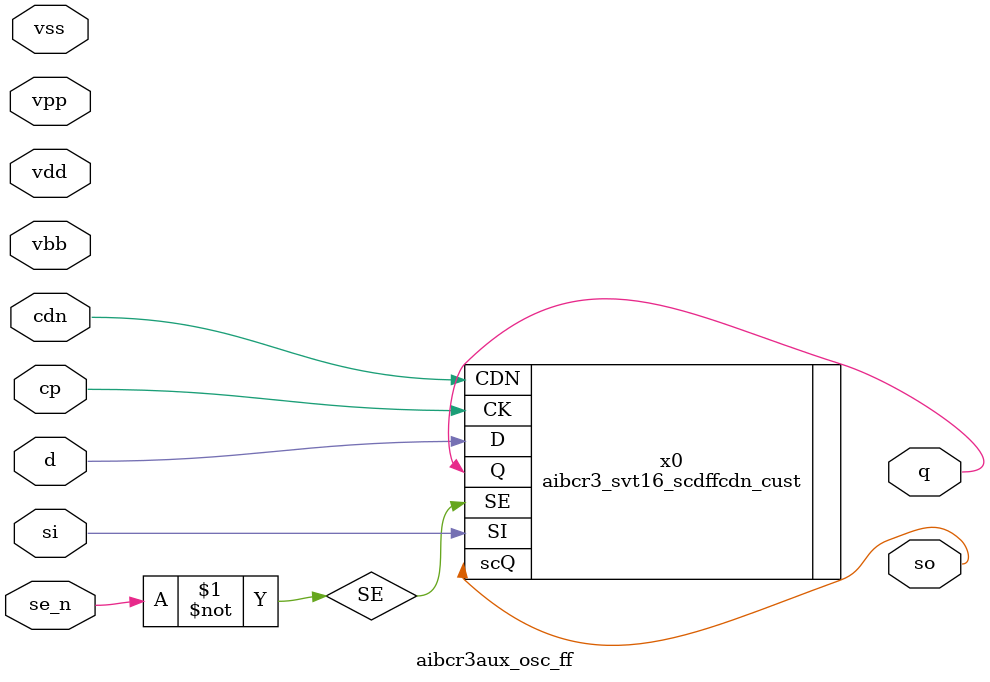
<source format=v>


module aibcr3aux_osc_ff ( q, so, vbb, vdd, vpp, vss, cdn, cp, d, se_n,
     si );

output  q, so;

inout  vbb, vdd, vpp, vss;

input  cdn, cp, d, se_n, si;

wire so, q, net68, se_n, si, SE;


// specify 
//     specparam CDS_LIBNAME  = "aibcraux_lib";
//     specparam CDS_CELLNAME = "aibcraux_osc_ff";
//     specparam CDS_VIEWNAME = "schematic";
// endspecify

assign SE = ~se_n;
// aibcr3_ff_r x0 (   .CDN(cdn), .CP(cp), .D(net68), .Q(q));
aibcr3_svt16_scdffcdn_cust x0 (.CDN(cdn), .CK(cp), .D(d), .Q(q), .SI(si), .SE(SE), .scQ(so));

endmodule


</source>
